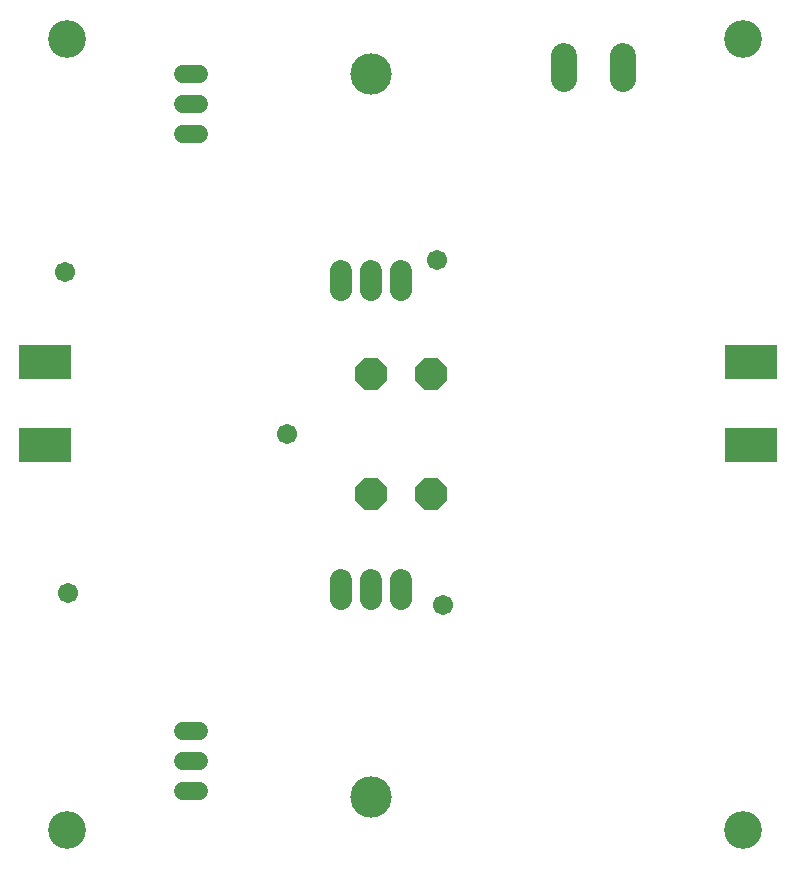
<source format=gbr>
G04 EAGLE Gerber RS-274X export*
G75*
%MOMM*%
%FSLAX34Y34*%
%LPD*%
%INSoldermask Bottom*%
%IPPOS*%
%AMOC8*
5,1,8,0,0,1.08239X$1,22.5*%
G01*
%ADD10C,3.203200*%
%ADD11C,1.879600*%
%ADD12C,3.505200*%
%ADD13C,1.524000*%
%ADD14P,2.969212X8X202.500000*%
%ADD15P,2.969212X8X22.500000*%
%ADD16R,4.394200X2.870200*%
%ADD17C,2.184400*%
%ADD18C,1.703200*%


D10*
X40000Y40000D03*
X612020Y40000D03*
X40000Y710000D03*
X612020Y710000D03*
D11*
X271780Y513842D02*
X271780Y497078D01*
X297180Y497078D02*
X297180Y513842D01*
X322580Y513842D02*
X322580Y497078D01*
D12*
X297180Y680720D03*
D11*
X322580Y252222D02*
X322580Y235458D01*
X297180Y235458D02*
X297180Y252222D01*
X271780Y252222D02*
X271780Y235458D01*
D12*
X297180Y68580D03*
D13*
X151384Y124460D02*
X138176Y124460D01*
X138176Y73660D02*
X151384Y73660D01*
X151384Y99060D02*
X138176Y99060D01*
X138176Y629920D02*
X151384Y629920D01*
X151384Y680720D02*
X138176Y680720D01*
X138176Y655320D02*
X151384Y655320D01*
D14*
X347980Y426720D03*
X297180Y426720D03*
D15*
X297180Y325120D03*
X347980Y325120D03*
D16*
X21154Y366374D03*
X21154Y436266D03*
X618926Y436266D03*
X618926Y366374D03*
D17*
X510286Y675894D02*
X510286Y695706D01*
X460248Y695706D02*
X460248Y675894D01*
D18*
X40640Y241300D03*
X353060Y523240D03*
X226060Y375920D03*
X358140Y231140D03*
X38100Y513080D03*
M02*

</source>
